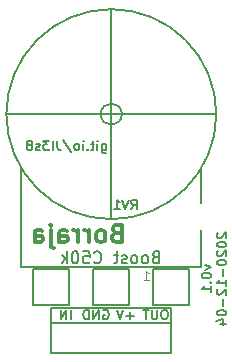
<source format=gbo>
%TF.GenerationSoftware,KiCad,Pcbnew,(5.99.0-7340-g1a9878d6d3)*%
%TF.CreationDate,2020-12-04T16:26:35+02:00*%
%TF.ProjectId,borraja,626f7272-616a-4612-9e6b-696361645f70,rev?*%
%TF.SameCoordinates,Original*%
%TF.FileFunction,Legend,Bot*%
%TF.FilePolarity,Positive*%
%FSLAX46Y46*%
G04 Gerber Fmt 4.6, Leading zero omitted, Abs format (unit mm)*
G04 Created by KiCad (PCBNEW (5.99.0-7340-g1a9878d6d3)) date 2020-12-04 16:26:35*
%MOMM*%
%LPD*%
G01*
G04 APERTURE LIST*
%ADD10C,0.127000*%
%ADD11C,0.300000*%
%ADD12C,0.150000*%
%ADD13C,0.097536*%
%ADD14O,1.930400X1.930400*%
%ADD15R,1.930400X1.930400*%
%ADD16O,2.540000X2.540000*%
%ADD17R,2.540000X2.540000*%
%ADD18O,2.200000X2.200000*%
%ADD19R,2.200000X2.200000*%
%ADD20C,1.600000*%
%ADD21R,1.600000X1.600000*%
G04 APERTURE END LIST*
D10*
X145240476Y-85078571D02*
X145240476Y-85726190D01*
X145278571Y-85802380D01*
X145316666Y-85840476D01*
X145392857Y-85878571D01*
X145507142Y-85878571D01*
X145583333Y-85840476D01*
X145240476Y-85573809D02*
X145316666Y-85611904D01*
X145469047Y-85611904D01*
X145545238Y-85573809D01*
X145583333Y-85535714D01*
X145621428Y-85459523D01*
X145621428Y-85230952D01*
X145583333Y-85154761D01*
X145545238Y-85116666D01*
X145469047Y-85078571D01*
X145316666Y-85078571D01*
X145240476Y-85116666D01*
X144859523Y-85611904D02*
X144859523Y-85078571D01*
X144859523Y-84811904D02*
X144897619Y-84850000D01*
X144859523Y-84888095D01*
X144821428Y-84850000D01*
X144859523Y-84811904D01*
X144859523Y-84888095D01*
X144592857Y-85078571D02*
X144288095Y-85078571D01*
X144478571Y-84811904D02*
X144478571Y-85497619D01*
X144440476Y-85573809D01*
X144364285Y-85611904D01*
X144288095Y-85611904D01*
X144021428Y-85535714D02*
X143983333Y-85573809D01*
X144021428Y-85611904D01*
X144059523Y-85573809D01*
X144021428Y-85535714D01*
X144021428Y-85611904D01*
X143640476Y-85611904D02*
X143640476Y-85078571D01*
X143640476Y-84811904D02*
X143678571Y-84850000D01*
X143640476Y-84888095D01*
X143602380Y-84850000D01*
X143640476Y-84811904D01*
X143640476Y-84888095D01*
X143145238Y-85611904D02*
X143221428Y-85573809D01*
X143259523Y-85535714D01*
X143297619Y-85459523D01*
X143297619Y-85230952D01*
X143259523Y-85154761D01*
X143221428Y-85116666D01*
X143145238Y-85078571D01*
X143030952Y-85078571D01*
X142954761Y-85116666D01*
X142916666Y-85154761D01*
X142878571Y-85230952D01*
X142878571Y-85459523D01*
X142916666Y-85535714D01*
X142954761Y-85573809D01*
X143030952Y-85611904D01*
X143145238Y-85611904D01*
X141964285Y-84773809D02*
X142650000Y-85802380D01*
X141469047Y-84811904D02*
X141469047Y-85383333D01*
X141507142Y-85497619D01*
X141583333Y-85573809D01*
X141697619Y-85611904D01*
X141773809Y-85611904D01*
X141088095Y-85611904D02*
X141088095Y-84811904D01*
X140783333Y-84811904D02*
X140288095Y-84811904D01*
X140554761Y-85116666D01*
X140440476Y-85116666D01*
X140364285Y-85154761D01*
X140326190Y-85192857D01*
X140288095Y-85269047D01*
X140288095Y-85459523D01*
X140326190Y-85535714D01*
X140364285Y-85573809D01*
X140440476Y-85611904D01*
X140669047Y-85611904D01*
X140745238Y-85573809D01*
X140783333Y-85535714D01*
X139983333Y-85573809D02*
X139907142Y-85611904D01*
X139754761Y-85611904D01*
X139678571Y-85573809D01*
X139640476Y-85497619D01*
X139640476Y-85459523D01*
X139678571Y-85383333D01*
X139754761Y-85345238D01*
X139869047Y-85345238D01*
X139945238Y-85307142D01*
X139983333Y-85230952D01*
X139983333Y-85192857D01*
X139945238Y-85116666D01*
X139869047Y-85078571D01*
X139754761Y-85078571D01*
X139678571Y-85116666D01*
X139183333Y-85154761D02*
X139259523Y-85116666D01*
X139297619Y-85078571D01*
X139335714Y-85002380D01*
X139335714Y-84964285D01*
X139297619Y-84888095D01*
X139259523Y-84850000D01*
X139183333Y-84811904D01*
X139030952Y-84811904D01*
X138954761Y-84850000D01*
X138916666Y-84888095D01*
X138878571Y-84964285D01*
X138878571Y-85002380D01*
X138916666Y-85078571D01*
X138954761Y-85116666D01*
X139030952Y-85154761D01*
X139183333Y-85154761D01*
X139259523Y-85192857D01*
X139297619Y-85230952D01*
X139335714Y-85307142D01*
X139335714Y-85459523D01*
X139297619Y-85535714D01*
X139259523Y-85573809D01*
X139183333Y-85611904D01*
X139030952Y-85611904D01*
X138954761Y-85573809D01*
X138916666Y-85535714D01*
X138878571Y-85459523D01*
X138878571Y-85307142D01*
X138916666Y-85230952D01*
X138954761Y-85192857D01*
X139030952Y-85154761D01*
X153934571Y-95357142D02*
X154467904Y-95547619D01*
X153934571Y-95738095D01*
X153667904Y-96195238D02*
X153667904Y-96271428D01*
X153706000Y-96347619D01*
X153744095Y-96385714D01*
X153820285Y-96423809D01*
X153972666Y-96461904D01*
X154163142Y-96461904D01*
X154315523Y-96423809D01*
X154391714Y-96385714D01*
X154429809Y-96347619D01*
X154467904Y-96271428D01*
X154467904Y-96195238D01*
X154429809Y-96119047D01*
X154391714Y-96080952D01*
X154315523Y-96042857D01*
X154163142Y-96004761D01*
X153972666Y-96004761D01*
X153820285Y-96042857D01*
X153744095Y-96080952D01*
X153706000Y-96119047D01*
X153667904Y-96195238D01*
X154391714Y-96804761D02*
X154429809Y-96842857D01*
X154467904Y-96804761D01*
X154429809Y-96766666D01*
X154391714Y-96804761D01*
X154467904Y-96804761D01*
X154467904Y-97604761D02*
X154467904Y-97147619D01*
X154467904Y-97376190D02*
X153667904Y-97376190D01*
X153782190Y-97300000D01*
X153858380Y-97223809D01*
X153896476Y-97147619D01*
X155032095Y-92614285D02*
X154994000Y-92652380D01*
X154955904Y-92728571D01*
X154955904Y-92919047D01*
X154994000Y-92995238D01*
X155032095Y-93033333D01*
X155108285Y-93071428D01*
X155184476Y-93071428D01*
X155298761Y-93033333D01*
X155755904Y-92576190D01*
X155755904Y-93071428D01*
X154955904Y-93566666D02*
X154955904Y-93642857D01*
X154994000Y-93719047D01*
X155032095Y-93757142D01*
X155108285Y-93795238D01*
X155260666Y-93833333D01*
X155451142Y-93833333D01*
X155603523Y-93795238D01*
X155679714Y-93757142D01*
X155717809Y-93719047D01*
X155755904Y-93642857D01*
X155755904Y-93566666D01*
X155717809Y-93490476D01*
X155679714Y-93452380D01*
X155603523Y-93414285D01*
X155451142Y-93376190D01*
X155260666Y-93376190D01*
X155108285Y-93414285D01*
X155032095Y-93452380D01*
X154994000Y-93490476D01*
X154955904Y-93566666D01*
X155032095Y-94138095D02*
X154994000Y-94176190D01*
X154955904Y-94252380D01*
X154955904Y-94442857D01*
X154994000Y-94519047D01*
X155032095Y-94557142D01*
X155108285Y-94595238D01*
X155184476Y-94595238D01*
X155298761Y-94557142D01*
X155755904Y-94100000D01*
X155755904Y-94595238D01*
X154955904Y-95090476D02*
X154955904Y-95166666D01*
X154994000Y-95242857D01*
X155032095Y-95280952D01*
X155108285Y-95319047D01*
X155260666Y-95357142D01*
X155451142Y-95357142D01*
X155603523Y-95319047D01*
X155679714Y-95280952D01*
X155717809Y-95242857D01*
X155755904Y-95166666D01*
X155755904Y-95090476D01*
X155717809Y-95014285D01*
X155679714Y-94976190D01*
X155603523Y-94938095D01*
X155451142Y-94900000D01*
X155260666Y-94900000D01*
X155108285Y-94938095D01*
X155032095Y-94976190D01*
X154994000Y-95014285D01*
X154955904Y-95090476D01*
X155451142Y-95700000D02*
X155451142Y-96309523D01*
X155755904Y-97109523D02*
X155755904Y-96652380D01*
X155755904Y-96880952D02*
X154955904Y-96880952D01*
X155070190Y-96804761D01*
X155146380Y-96728571D01*
X155184476Y-96652380D01*
X155032095Y-97414285D02*
X154994000Y-97452380D01*
X154955904Y-97528571D01*
X154955904Y-97719047D01*
X154994000Y-97795238D01*
X155032095Y-97833333D01*
X155108285Y-97871428D01*
X155184476Y-97871428D01*
X155298761Y-97833333D01*
X155755904Y-97376190D01*
X155755904Y-97871428D01*
X155451142Y-98214285D02*
X155451142Y-98823809D01*
X154955904Y-99357142D02*
X154955904Y-99433333D01*
X154994000Y-99509523D01*
X155032095Y-99547619D01*
X155108285Y-99585714D01*
X155260666Y-99623809D01*
X155451142Y-99623809D01*
X155603523Y-99585714D01*
X155679714Y-99547619D01*
X155717809Y-99509523D01*
X155755904Y-99433333D01*
X155755904Y-99357142D01*
X155717809Y-99280952D01*
X155679714Y-99242857D01*
X155603523Y-99204761D01*
X155451142Y-99166666D01*
X155260666Y-99166666D01*
X155108285Y-99204761D01*
X155032095Y-99242857D01*
X154994000Y-99280952D01*
X154955904Y-99357142D01*
X155222571Y-100309523D02*
X155755904Y-100309523D01*
X154917809Y-100119047D02*
X155489238Y-99928571D01*
X155489238Y-100423809D01*
D11*
X146464285Y-92642857D02*
X146250000Y-92714285D01*
X146178571Y-92785714D01*
X146107142Y-92928571D01*
X146107142Y-93142857D01*
X146178571Y-93285714D01*
X146250000Y-93357142D01*
X146392857Y-93428571D01*
X146964285Y-93428571D01*
X146964285Y-91928571D01*
X146464285Y-91928571D01*
X146321428Y-92000000D01*
X146250000Y-92071428D01*
X146178571Y-92214285D01*
X146178571Y-92357142D01*
X146250000Y-92500000D01*
X146321428Y-92571428D01*
X146464285Y-92642857D01*
X146964285Y-92642857D01*
X145250000Y-93428571D02*
X145392857Y-93357142D01*
X145464285Y-93285714D01*
X145535714Y-93142857D01*
X145535714Y-92714285D01*
X145464285Y-92571428D01*
X145392857Y-92500000D01*
X145250000Y-92428571D01*
X145035714Y-92428571D01*
X144892857Y-92500000D01*
X144821428Y-92571428D01*
X144750000Y-92714285D01*
X144750000Y-93142857D01*
X144821428Y-93285714D01*
X144892857Y-93357142D01*
X145035714Y-93428571D01*
X145250000Y-93428571D01*
X144107142Y-93428571D02*
X144107142Y-92428571D01*
X144107142Y-92714285D02*
X144035714Y-92571428D01*
X143964285Y-92500000D01*
X143821428Y-92428571D01*
X143678571Y-92428571D01*
X143178571Y-93428571D02*
X143178571Y-92428571D01*
X143178571Y-92714285D02*
X143107142Y-92571428D01*
X143035714Y-92500000D01*
X142892857Y-92428571D01*
X142750000Y-92428571D01*
X141607142Y-93428571D02*
X141607142Y-92642857D01*
X141678571Y-92500000D01*
X141821428Y-92428571D01*
X142107142Y-92428571D01*
X142250000Y-92500000D01*
X141607142Y-93357142D02*
X141750000Y-93428571D01*
X142107142Y-93428571D01*
X142250000Y-93357142D01*
X142321428Y-93214285D01*
X142321428Y-93071428D01*
X142250000Y-92928571D01*
X142107142Y-92857142D01*
X141750000Y-92857142D01*
X141607142Y-92785714D01*
X140892857Y-92428571D02*
X140892857Y-93714285D01*
X140964285Y-93857142D01*
X141107142Y-93928571D01*
X141178571Y-93928571D01*
X140892857Y-91928571D02*
X140964285Y-92000000D01*
X140892857Y-92071428D01*
X140821428Y-92000000D01*
X140892857Y-91928571D01*
X140892857Y-92071428D01*
X139535714Y-93428571D02*
X139535714Y-92642857D01*
X139607142Y-92500000D01*
X139750000Y-92428571D01*
X140035714Y-92428571D01*
X140178571Y-92500000D01*
X139535714Y-93357142D02*
X139678571Y-93428571D01*
X140035714Y-93428571D01*
X140178571Y-93357142D01*
X140250000Y-93214285D01*
X140250000Y-93071428D01*
X140178571Y-92928571D01*
X140035714Y-92857142D01*
X139678571Y-92857142D01*
X139535714Y-92785714D01*
D12*
%TO.C,J1*%
X145339523Y-99195000D02*
X145415714Y-99156904D01*
X145530000Y-99156904D01*
X145644285Y-99195000D01*
X145720476Y-99271190D01*
X145758571Y-99347380D01*
X145796666Y-99499761D01*
X145796666Y-99614047D01*
X145758571Y-99766428D01*
X145720476Y-99842619D01*
X145644285Y-99918809D01*
X145530000Y-99956904D01*
X145453809Y-99956904D01*
X145339523Y-99918809D01*
X145301428Y-99880714D01*
X145301428Y-99614047D01*
X145453809Y-99614047D01*
X144958571Y-99956904D02*
X144958571Y-99156904D01*
X144501428Y-99956904D01*
X144501428Y-99156904D01*
X144120476Y-99956904D02*
X144120476Y-99156904D01*
X143930000Y-99156904D01*
X143815714Y-99195000D01*
X143739523Y-99271190D01*
X143701428Y-99347380D01*
X143663333Y-99499761D01*
X143663333Y-99614047D01*
X143701428Y-99766428D01*
X143739523Y-99842619D01*
X143815714Y-99918809D01*
X143930000Y-99956904D01*
X144120476Y-99956904D01*
X150610000Y-99156904D02*
X150457619Y-99156904D01*
X150381428Y-99195000D01*
X150305238Y-99271190D01*
X150267142Y-99423571D01*
X150267142Y-99690238D01*
X150305238Y-99842619D01*
X150381428Y-99918809D01*
X150457619Y-99956904D01*
X150610000Y-99956904D01*
X150686190Y-99918809D01*
X150762380Y-99842619D01*
X150800476Y-99690238D01*
X150800476Y-99423571D01*
X150762380Y-99271190D01*
X150686190Y-99195000D01*
X150610000Y-99156904D01*
X149924285Y-99156904D02*
X149924285Y-99804523D01*
X149886190Y-99880714D01*
X149848095Y-99918809D01*
X149771904Y-99956904D01*
X149619523Y-99956904D01*
X149543333Y-99918809D01*
X149505238Y-99880714D01*
X149467142Y-99804523D01*
X149467142Y-99156904D01*
X149200476Y-99156904D02*
X148743333Y-99156904D01*
X148971904Y-99956904D02*
X148971904Y-99156904D01*
X142609047Y-99956904D02*
X142609047Y-99156904D01*
X142228095Y-99956904D02*
X142228095Y-99156904D01*
X141770952Y-99956904D01*
X141770952Y-99156904D01*
X147917619Y-99652142D02*
X147308095Y-99652142D01*
X147612857Y-99956904D02*
X147612857Y-99347380D01*
X147041428Y-99156904D02*
X146774761Y-99956904D01*
X146508095Y-99156904D01*
D10*
%TO.C,RV1*%
X147726190Y-90611904D02*
X147992857Y-90230952D01*
X148183333Y-90611904D02*
X148183333Y-89811904D01*
X147878571Y-89811904D01*
X147802380Y-89850000D01*
X147764285Y-89888095D01*
X147726190Y-89964285D01*
X147726190Y-90078571D01*
X147764285Y-90154761D01*
X147802380Y-90192857D01*
X147878571Y-90230952D01*
X148183333Y-90230952D01*
X147497619Y-89811904D02*
X147230952Y-90611904D01*
X146964285Y-89811904D01*
X146278571Y-90611904D02*
X146735714Y-90611904D01*
X146507142Y-90611904D02*
X146507142Y-89811904D01*
X146583333Y-89926190D01*
X146659523Y-90002380D01*
X146735714Y-90040476D01*
D12*
X149761904Y-94678571D02*
X149619047Y-94726190D01*
X149571428Y-94773809D01*
X149523809Y-94869047D01*
X149523809Y-95011904D01*
X149571428Y-95107142D01*
X149619047Y-95154761D01*
X149714285Y-95202380D01*
X150095238Y-95202380D01*
X150095238Y-94202380D01*
X149761904Y-94202380D01*
X149666666Y-94250000D01*
X149619047Y-94297619D01*
X149571428Y-94392857D01*
X149571428Y-94488095D01*
X149619047Y-94583333D01*
X149666666Y-94630952D01*
X149761904Y-94678571D01*
X150095238Y-94678571D01*
X148952380Y-95202380D02*
X149047619Y-95154761D01*
X149095238Y-95107142D01*
X149142857Y-95011904D01*
X149142857Y-94726190D01*
X149095238Y-94630952D01*
X149047619Y-94583333D01*
X148952380Y-94535714D01*
X148809523Y-94535714D01*
X148714285Y-94583333D01*
X148666666Y-94630952D01*
X148619047Y-94726190D01*
X148619047Y-95011904D01*
X148666666Y-95107142D01*
X148714285Y-95154761D01*
X148809523Y-95202380D01*
X148952380Y-95202380D01*
X148047619Y-95202380D02*
X148142857Y-95154761D01*
X148190476Y-95107142D01*
X148238095Y-95011904D01*
X148238095Y-94726190D01*
X148190476Y-94630952D01*
X148142857Y-94583333D01*
X148047619Y-94535714D01*
X147904761Y-94535714D01*
X147809523Y-94583333D01*
X147761904Y-94630952D01*
X147714285Y-94726190D01*
X147714285Y-95011904D01*
X147761904Y-95107142D01*
X147809523Y-95154761D01*
X147904761Y-95202380D01*
X148047619Y-95202380D01*
X147333333Y-95154761D02*
X147238095Y-95202380D01*
X147047619Y-95202380D01*
X146952380Y-95154761D01*
X146904761Y-95059523D01*
X146904761Y-95011904D01*
X146952380Y-94916666D01*
X147047619Y-94869047D01*
X147190476Y-94869047D01*
X147285714Y-94821428D01*
X147333333Y-94726190D01*
X147333333Y-94678571D01*
X147285714Y-94583333D01*
X147190476Y-94535714D01*
X147047619Y-94535714D01*
X146952380Y-94583333D01*
X146619047Y-94535714D02*
X146238095Y-94535714D01*
X146476190Y-94202380D02*
X146476190Y-95059523D01*
X146428571Y-95154761D01*
X146333333Y-95202380D01*
X146238095Y-95202380D01*
X144571428Y-95107142D02*
X144619047Y-95154761D01*
X144761904Y-95202380D01*
X144857142Y-95202380D01*
X145000000Y-95154761D01*
X145095238Y-95059523D01*
X145142857Y-94964285D01*
X145190476Y-94773809D01*
X145190476Y-94630952D01*
X145142857Y-94440476D01*
X145095238Y-94345238D01*
X145000000Y-94250000D01*
X144857142Y-94202380D01*
X144761904Y-94202380D01*
X144619047Y-94250000D01*
X144571428Y-94297619D01*
X143666666Y-94202380D02*
X144142857Y-94202380D01*
X144190476Y-94678571D01*
X144142857Y-94630952D01*
X144047619Y-94583333D01*
X143809523Y-94583333D01*
X143714285Y-94630952D01*
X143666666Y-94678571D01*
X143619047Y-94773809D01*
X143619047Y-95011904D01*
X143666666Y-95107142D01*
X143714285Y-95154761D01*
X143809523Y-95202380D01*
X144047619Y-95202380D01*
X144142857Y-95154761D01*
X144190476Y-95107142D01*
X143000000Y-94202380D02*
X142904761Y-94202380D01*
X142809523Y-94250000D01*
X142761904Y-94297619D01*
X142714285Y-94392857D01*
X142666666Y-94583333D01*
X142666666Y-94821428D01*
X142714285Y-95011904D01*
X142761904Y-95107142D01*
X142809523Y-95154761D01*
X142904761Y-95202380D01*
X143000000Y-95202380D01*
X143095238Y-95154761D01*
X143142857Y-95107142D01*
X143190476Y-95011904D01*
X143238095Y-94821428D01*
X143238095Y-94583333D01*
X143190476Y-94392857D01*
X143142857Y-94297619D01*
X143095238Y-94250000D01*
X143000000Y-94202380D01*
X142238095Y-95202380D02*
X142238095Y-94202380D01*
X142142857Y-94821428D02*
X141857142Y-95202380D01*
X141857142Y-94535714D02*
X142238095Y-94916666D01*
D13*
X148779382Y-96599310D02*
X149220617Y-96599310D01*
X149000000Y-96599310D02*
X149000000Y-95827150D01*
X149073539Y-95937459D01*
X149147078Y-96010998D01*
X149220617Y-96047767D01*
D10*
%TO.C,J1*%
X140920000Y-98960000D02*
X151080000Y-98960000D01*
X151080000Y-100230000D02*
X140920000Y-100230000D01*
X140920000Y-102770000D02*
X151080000Y-102770000D01*
X140920000Y-100230000D02*
X140920000Y-98960000D01*
X151080000Y-102770000D02*
X151080000Y-100230000D01*
X140920000Y-102770000D02*
X140920000Y-100230000D01*
X151080000Y-100230000D02*
X151080000Y-98960000D01*
%TO.C,RV1*%
X152632500Y-98707500D02*
X152632500Y-95659500D01*
X149584500Y-98707500D02*
X152632500Y-98707500D01*
X149584500Y-95659500D02*
X149584500Y-98707500D01*
X147552500Y-98707500D02*
X147552500Y-95659500D01*
X144504500Y-98707500D02*
X147552500Y-98707500D01*
X144504500Y-95659500D02*
X144504500Y-98707500D01*
X142472500Y-98707500D02*
X142472500Y-95659500D01*
X139424500Y-98707500D02*
X142472500Y-98707500D01*
X139424500Y-95659500D02*
X139424500Y-98707500D01*
X149584500Y-95659500D02*
X152632500Y-95659500D01*
X144504500Y-95659500D02*
X147552500Y-95659500D01*
X139424500Y-95659500D02*
X142472500Y-95659500D01*
X138408500Y-95532500D02*
X153648500Y-95532500D01*
X137138500Y-82578500D02*
X154918500Y-82578500D01*
X146028500Y-91468500D02*
X146028500Y-73688500D01*
X153648500Y-95532500D02*
X153648500Y-87023500D01*
X138408500Y-87023500D02*
X138408500Y-95532500D01*
X137138500Y-82578500D02*
G75*
G03*
X146028500Y-91468500I8890000J0D01*
G01*
X146028500Y-91468500D02*
G75*
G03*
X154918500Y-82578500I0J8890000D01*
G01*
X154918500Y-82578502D02*
G75*
G03*
X146028500Y-73688500I-8889901J101D01*
G01*
X146028502Y-73688500D02*
G75*
G03*
X137138500Y-82578500I-101J-8889901D01*
G01*
X146926500Y-82578500D02*
G75*
G03*
X146926500Y-82578500I-898000J0D01*
G01*
%TD*%
%LPC*%
D14*
%TO.C,J1*%
X149810000Y-101500000D03*
X147270000Y-101500000D03*
X144730000Y-101500000D03*
D15*
X142190000Y-101500000D03*
%TD*%
D16*
%TO.C,RV1*%
X140948500Y-97183500D03*
X146028500Y-97183500D03*
D17*
X151108500Y-97183500D03*
%TD*%
D18*
%TO.C,D1*%
X154500000Y-101410000D03*
D19*
X154500000Y-91250000D03*
%TD*%
D20*
%TO.C,C3*%
X142500000Y-87500000D03*
D21*
X145000000Y-87500000D03*
%TD*%
D20*
%TO.C,C2*%
X151500000Y-86750000D03*
D21*
X149000000Y-86750000D03*
%TD*%
D20*
%TO.C,C1*%
X151250000Y-92500000D03*
D21*
X148750000Y-92500000D03*
%TD*%
M02*

</source>
